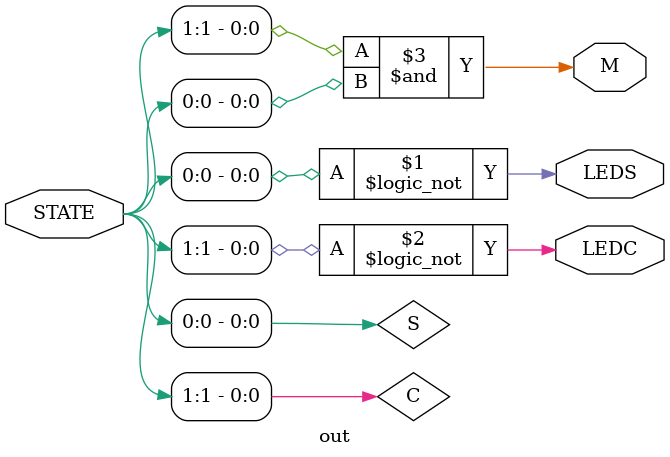
<source format=sv>
module out (
  input logic [1:0] STATE,
  output logic LEDS,
  output logic LEDC,
  output logic M
);
  logic C = STATE[1];
  logic S = STATE[0];

  assign LEDS = !S;
  assign LEDC = !C;
  assign M = C & S;
endmodule: out

</source>
